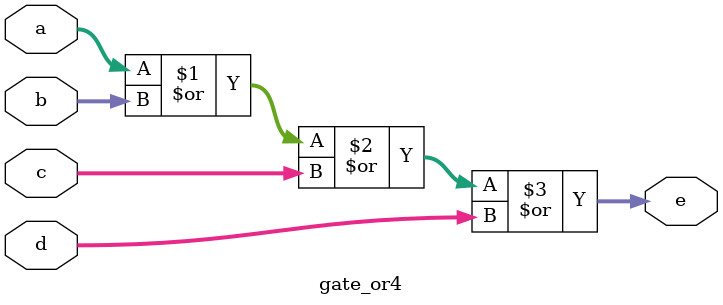
<source format=v>
module gate_and3 #(parameter WIDTH = 32)
                 (input s0,
                  input[WIDTH-1:0] b,
                  input s1,
                  output[WIDTH-1:0] d);
    assign d = {WIDTH{s0}} & {WIDTH{s1}} & b;

endmodule
    
module gate_or4 #(parameter WIDTH = 32)
                (input[WIDTH-1:0] a,
                 input[WIDTH-1:0] b,
                 input[WIDTH-1:0] c,
                 input[WIDTH-1:0] d,
                 output[WIDTH-1:0] e);
    assign e = a | b | c | d;
endmodule

</source>
